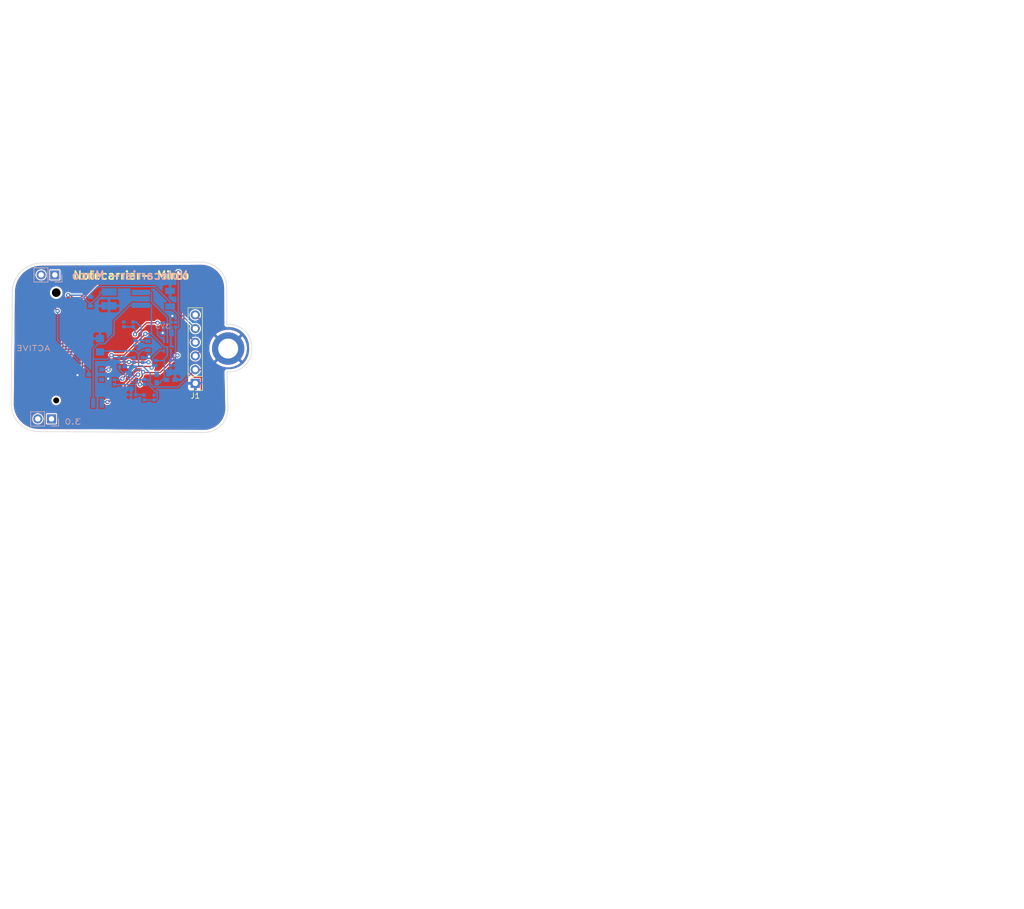
<source format=kicad_pcb>
(kicad_pcb (version 20240225) (generator "pcbnew") (generator_version "8.99")
  (title_block (title "Notecarrier-B") (date "2023-03-28") (rev "A") (company "Blues Inc   (Copyright (c) 2023 Blues Inc)") (comment 2 "Company: Empirical.EE") (comment 3 "Drawn by: Heath Raftery"))
  (layers (0 "F.Cu" signal) (31 "B.Cu" signal) (34 "B.Paste" user) (35 "F.Paste" user) (36 "B.SilkS" user "B.Silkscreen") (37 "F.SilkS" user "F.Silkscreen") (38 "B.Mask" user) (39 "F.Mask" user) (44 "Edge.Cuts" user))
  (net 0 "")
  (net 1 "+3V3")
  (net 2 "GND")
  (net 3 "+1V8")
  (net 4 "VMODEM")
  (net 5 "VIO_P")
  (net 6 "VMODEM_P")
  (net 7 "/RST")
  (net 8 "/EN")
  (net 9 "VIO")
  (net 10 "/SDA_P")
  (net 11 "/SCL_P")
  (net 16 "/TX_P")
  (net 17 "/RX_P")
  (net 18 "VACT_GPS_OUT")
  (net 35 "/AUX5")
  (net 52 "/NRST")
  (net 56 "Net-(U4-SW)")
  (net 57 "Net-(U3-LX)")
  (net 58 "Net-(U3-SEL)")
  (net 59 "Net-(U3-EN)")
  (net 60 "Net-(U4-CTRL)")
  (net 61 "/BOOST_EN")
  (footprint "Connector_PinHeader_2.54mm:PinHeader_1x06_P2.54mm_Vertical" (layer "F.Cu") (at 131.064 83.4136 180)
    (property "Reference" "J1")
    (property "Value" "Conn_01x06" (hide yes))
  )
  (footprint "blues-kicad-lib:J-75-0050-MOS-M2-E" (layer "F.Cu") (at 105.2686 76.5852 90)
    (property "Reference" "J20" (hide yes))
    (property "Value" "MDT420E01001" (hide yes))
  )
  (footprint "blues-kicad-lib:DIST-WASMSIM0250" (layer "F.Cu") (at 137.16 76.962)
    (property "Reference" "OBJ1" (hide yes))
    (property "Value" "9774025151R" (hide yes))
  )
  (footprint "blues-kicad-lib:RS-0402_NO-FILL" (layer "B.Cu") (at 119.5904 85.5472)
    (property "Reference" "R322" (hide yes))
    (property "Value" "0R" (hide yes))
  )
  (footprint "blues-kicad-lib:RS-0402_NO-FILL" (layer "B.Cu") (at 116.078 83.2032 -90)
    (property "Reference" "R324" (hide yes))
    (property "Value" "NU" (hide yes))
  )
  (footprint "blues-kicad-lib:CS-C-1206" (layer "B.Cu") (at 126.3904 67.6432 90)
    (property "Reference" "C13" (hide yes))
    (property "Value" "47u/16V-X5R" (hide yes))
  )
  (footprint "blues-kicad-lib:CS-C-0402_NO-FILL" (layer "B.Cu") (at 119.6848 79.1028 90)
    (property "Reference" "C115" (hide yes))
    (property "Value" "100n/16V" (hide yes))
  )
  (footprint "blues-kicad-lib:FS-0603" (layer "B.Cu") (at 122.2756 76.4404 -90)
    (property "Reference" "F1" (hide yes))
    (property "Value" "SF-0603F150-2" (hide yes))
  )
  (footprint "blues-kicad-lib:XFBGA8" (layer "B.Cu") (at 119.7896 82.9468)
    (property "Reference" "U4" (hide yes))
    (property "Value" "TPS62748YFPT" (hide yes))
  )
  (footprint "blues-kicad-lib:RS-0402_NO-FILL" (layer "B.Cu") (at 119.888 75.9388 -90)
    (property "Reference" "R326" (hide yes))
    (property "Value" "NU" (hide yes))
  )
  (footprint "blues-kicad-lib:RS-0402_NO-FILL" (layer "B.Cu") (at 121.7168 83.1596 -90)
    (property "Reference" "R10" (hide yes))
    (property "Value" "10M/5%" (hide yes))
  )
  (footprint "blues-kicad-lib:CS-C-0402_NO-FILL" (layer "B.Cu") (at 127.4064 72.5424 90)
    (property "Reference" "C14" (hide yes))
    (property "Value" "4.7u/6.3V-X5R" (hide yes))
  )
  (footprint "blues-kicad-lib:RS-0402_NO-FILL" (layer "B.Cu") (at 121.5644 86.048 -90)
    (property "Reference" "R323" (hide yes))
    (property "Value" "NU" (hide yes))
  )
  (footprint "blues-kicad-lib:RS-0402_NO-FILL" (layer "B.Cu") (at 121.3104 79.0884 -90)
    (property "Reference" "R319" (hide yes))
    (property "Value" "1k" (hide yes))
  )
  (footprint "Connector_PinHeader_2.54mm:PinHeader_1x02_P2.54mm_Vertical" (layer "B.Cu") (at 105.0086 63.2968 90)
    (property "Reference" "Extra_pin_1" (hide yes))
    (property "Value" "PinHeader_1x02_P2.54mm_Vertical" (hide yes))
  )
  (footprint "blues-kicad-lib:LS-XFL4020" (layer "B.Cu") (at 120.9548 67.733 -90)
    (property "Reference" "L4" (hide yes))
    (property "Value" "XFL4020-222MEC" (hide yes))
  )
  (footprint "blues-kicad-lib:RS-0402_NO-FILL" (layer "B.Cu") (at 126.492 79.6544 90)
    (property "Reference" "R6" (hide yes))
    (property "Value" "82k" (hide yes))
  )
  (footprint "blues-kicad-lib:CS-C-0402_NO-FILL" (layer "B.Cu") (at 117.3988 78.6384)
    (property "Reference" "C10" (hide yes))
    (property "Value" "100n/16V" (hide yes))
  )
  (footprint "blues-kicad-lib:WDFN6-0200X0200" (layer "B.Cu") (at 125.8824 76.4546 -90)
    (property "Reference" "U3" (hide yes))
    (property "Value" "MAX17225ELT" (hide yes))
  )
  (footprint "blues-kicad-lib:CS-C-0402_NO-FILL" (layer "B.Cu") (at 117.4568 80.3148)
    (property "Reference" "C9" (hide yes))
    (property "Value" "10u/6.3V-X5R" (hide yes))
  )
  (footprint "blues-kicad-lib:CS-C-0603" (layer "B.Cu") (at 126.5048 82.7532)
    (property "Reference" "C15" (hide yes))
    (property "Value" "10u/10V-X5R" (hide yes))
  )
  (footprint "blues-kicad-lib:CS-C-0603" (layer "B.Cu") (at 123.9012 82.512 90)
    (property "Reference" "C16" (hide yes))
    (property "Value" "10u/10V-X5R" (hide yes))
  )
  (footprint "blues-kicad-lib:CS-C-0402_NO-FILL" (layer "B.Cu") (at 117.8052 72.4844 90)
    (property "Reference" "C8" (hide yes))
    (property "Value" "10u/6.3V-X5R" (hide yes))
  )
  (footprint "blues-kicad-lib:FS-0603" (layer "B.Cu") (at 111.6584 68.238 -90)
    (property "Reference" "F2" (hide yes))
    (property "Value" "3.5A/32V" (hide yes))
  )
  (footprint "blues-kicad-lib:RS-0402_NO-FILL" (layer "B.Cu") (at 119.5324 72.4844 -90)
    (property "Reference" "R325" (hide yes))
    (property "Value" "0R" (hide yes))
  )
  (footprint "blues-kicad-lib:CS-T-A" (layer "B.Cu") (at 113.3856 76.3524 90)
    (property "Reference" "C113" (hide yes))
    (property "Value" "NU" (hide yes))
  )
  (footprint "Connector_PinHeader_2.54mm:PinHeader_1x02_P2.54mm_Vertical" (layer "B.Cu") (at 104.394 90.0176 90)
    (property "Reference" "Extra_pin_2" (hide yes))
    (property "Value" "PinHeader_1x02_P2.54mm_Vertical" (hide yes))
  )
  (footprint "blues-kicad-lib:RS-0402_NO-FILL" (layer "B.Cu") (at 123.7488 79.6544 90)
    (property "Reference" "R318" (hide yes))
    (property "Value" "0R" (hide yes))
  )
  (footprint "blues-kicad-lib:CS-C-0402_NO-FILL" (layer "B.Cu") (at 123.444 86.0624 90)
    (property "Reference" "C116" (hide yes))
    (property "Value" "100n/16V" (hide yes))
  )
  (footprint "blues-kicad-lib:SOT23_NO-FILL" (layer "B.Cu") (at 113.6728 80.838)
    (property "Reference" "Q2" (hide yes))
    (property "Value" "AO3420" (hide yes))
  )
  (footprint "blues-kicad-lib:CS-T-B" (layer "B.Cu") (at 115.062 66.4464 -90)
    (property "Reference" "C114" (hide yes))
    (property "Value" "NU" (hide yes))
  )
  (footprint "blues-kicad-lib:CS-C-0402_NO-FILL" (layer "B.Cu") (at 125.1712 72.6876 -90)
    (property "Reference" "C7" (hide yes))
    (property "Value" "100n/16V" (hide yes))
  )
  (footprint "blues-kicad-lib:LS-0806" (layer "B.Cu") (at 112.9284 87.0712 180)
    (property "Reference" "L2" (hide yes))
    (property "Value" "1285AS-H-2R2M=P2" (hide yes))
  )
  (gr_line (start 136.906 65.6336) (end 136.934847 72.500974) (stroke (width 0.1)) (layer "Edge.Cuts"))
  (gr_arc (start 97.128337 66.515504) (mid 98.732631 62.661859) (end 102.597616 61.085085) (stroke (width 0.1)) (layer "Edge.Cuts"))
  (gr_arc (start 102.012916 92.377884) (mid 98.3996 90.8812) (end 96.902916 87.267884) (stroke (width 0.1)) (layer "Edge.Cuts"))
  (gr_line (start 97.128337 66.515504) (end 96.902916 87.267884) (stroke (width 0.1)) (layer "Edge.Cuts"))
  (gr_arc (start 141.53632 76.718067) (mid 140.439497 79.930302) (end 137.325051 81.280008) (stroke (width 0.1)) (layer "Edge.Cuts"))
  (gr_arc (start 136.934847 72.500974) (mid 140.166276 73.593998) (end 141.536321 76.718067) (stroke (width 0.1)) (layer "Edge.Cuts"))
  (gr_line (start 102.012916 92.377884) (end 132.638778 92.549327) (stroke (width 0.1)) (layer "Edge.Cuts"))
  (gr_arc (start 137.116916 87.9348) (mid 135.850365 91.185837) (end 132.638778 92.549327) (stroke (width 0.1)) (layer "Edge.Cuts"))
  (gr_line (start 137.325051 81.280008) (end 136.96037 81.283926) (stroke (width 0.1)) (layer "Edge.Cuts"))
  (gr_arc (start 132.340695 60.913217) (mid 135.551564 62.375708) (end 136.906 65.6336) (stroke (width 0.1)) (layer "Edge.Cuts"))
  (gr_line (start 132.340695 60.913217) (end 102.597616 61.085085) (stroke (width 0.1)) (layer "Edge.Cuts"))
  (gr_line (start 136.96037 81.283926) (end 137.116916 87.9348) (stroke (width 0.1)) (layer "Edge.Cuts"))
  (gr_text "Notecarrier- Mirco" (at 129.8956 64.262 0) (layer "B.SilkS") (effects (font (size 1.5 1.5) (thickness 0.3) (bold yes)) (justify left bottom mirror)))
  (gr_text "3V3" (at 126.45 73.3 0) (layer "B.SilkS") (effects (font (size 0.8 1) (thickness 0.0875)) (justify left bottom mirror)))
  (gr_text "ACTIVE" (at 104.25 77.5 0) (layer "B.SilkS") (effects (font (size 1 1.3) (thickness 0.125)) (justify left bottom mirror)))
  (gr_text "3.0" (at 109.982 91.1352 0) (layer "B.SilkS") (effects (font (size 1 1.3) (thickness 0.125)) (justify left bottom mirror)))
  (gr_text "Notecarrier- Mirco" (at 108.2548 64.262 -0) (layer "F.SilkS") (effects (font (size 1.5 1.5) (thickness 0.3) (bold yes)) (justify left bottom)))
  (segment (start 124.054 72.1868) (end 122.022 72.1868) (width 0.25) (layer "F.Cu") (net 1))
  (segment (start 122.022 72.1868) (end 119.888 74.3204) (width 0.25) (layer "F.Cu") (net 1))
  (via (at 119.888 74.3204) (size 0.8) (drill 0.4) (layers "F.Cu" "B.Cu") (net 1))
  (via (at 124.054 72.1868) (size 0.8) (drill 0.4) (layers "F.Cu" "B.Cu") (net 1))
  (segment (start 119.888 73.29) (end 119.532 72.9344) (width 0.25) (layer "B.Cu") (net 1))
  (segment (start 119.888 74.3204) (end 119.888 73.29) (width 0.25) (layer "B.Cu") (net 1))
  (segment (start 125.171 72.2376) (end 124.104 72.2376) (width 0.25) (layer "B.Cu") (net 1))
  (segment (start 117.805 72.9344) (end 117.8052 72.9344) (width 0.25) (layer "B.Cu") (net 1))
  (segment (start 125.232 75.5396) (end 124.7332 75.0405) (width 0.25) (layer "B.Cu") (net 1))
  (segment (start 124.104 72.2376) (end 124.054 72.1868) (width 0.25) (layer "B.Cu") (net 1))
  (segment (start 124.7333 75.0405) (end 124.9109 74.8629) (width 0.25) (layer "B.Cu") (net 1))
  (segment (start 119.532 72.9344) (end 117.8052 72.9344) (width 0.25) (layer "B.Cu") (net 1))
  (segment (start 125.2324 75.5396) (end 125.2324 74.8629) (width 0.25) (layer "B.Cu") (net 1))
  (segment (start 124.054 74.3608) (end 124.054 72.1868) (width 0.25) (layer "B.Cu") (net 1))
  (segment (start 124.9109 74.8629) (end 125.2324 74.8629) (width 0.25) (layer "B.Cu") (net 1))
  (segment (start 124.7332 75.0405) (end 124.054 74.3608) (width 0.25) (layer "B.Cu") (net 1))
  (segment (start 124.7332 75.0405) (end 124.7333 75.0405) (width 0.25) (layer "B.Cu") (net 1))
  (segment (start 109.22 81.8896) (end 108.916 81.5852) (width 0.25) (layer "F.Cu") (net 2))
  (segment (start 108.916 81.5852) (end 107.544 81.5852) (width 0.25) (layer "F.Cu") (net 2))
  (via (at 118.598 80.4102) (size 0.8) (drill 0.4) (layers "F.Cu" "B.Cu") (net 2))
  (via (at 122.49 78.4558) (size 0.8) (drill 0.4) (layers "F.Cu" "B.Cu") (net 2))
  (via (at 114.91 82.55) (size 0.8) (drill 0.4) (layers "F.Cu" "B.Cu") (net 2))
  (via (at 109.22 81.8896) (size 0.8) (drill 0.4) (layers "F.Cu" "B.Cu") (net 2))
  (via (at 125.019 74.0664) (size 0.8) (drill 0.4) (layers "F.Cu" "B.Cu") (net 2))
  (via (at 126.797 70.9168) (size 0.8) (drill 0.4) (layers "F.Cu" "B.Cu") (net 2))
  (segment (start 121.31 78.6384) (end 121.3104 78.6384) (width 0.25) (layer "B.Cu") (net 2))
  (segment (start 117.849 80.2568) (end 117.849 78.6384) (width 0.25) (layer "B.Cu") (net 2))
  (segment (start 119.67 78.6384) (end 119.685 78.6528) (width 0.25) (layer "B.Cu") (net 2))
  (segment (start 117.907 80.3148) (end 117.849 80.2568) (width 0.25) (layer "B.Cu") (net 2))
  (segment (start 117.849 78.6384) (end 119.67 78.6384) (width 0.25) (layer "B.Cu") (net 2))
  (segment (start 121.3104 78.6384) (end 122.307 78.6384) (width 0.25) (layer "B.Cu") (net 2))
  (segment (start 122.307 78.6384) (end 122.49 78.4558) (width 0.25) (layer "B.Cu") (net 2))
  (segment (start 117.856 78.1812) (end 121.818 74.2188) (width 0.25) (layer "F.Cu") (net 3))
  (segment (start 115.519 78.1812) (end 117.856 78.1812) (width 0.25) (layer "F.Cu") (net 3))
  (via (at 115.519 78.1812) (size 0.8) (drill 0.4) (layers "F.Cu" "B.Cu") (net 3))
  (via (at 121.818 74.2188) (size 0.8) (drill 0.4) (layers "F.Cu" "B.Cu") (net 3))
  (segment (start 125.882 77.5007) (end 125.882 77.4351) (width 0.25) (layer "B.Cu") (net 3))
  (segment (start 123.749 79.2044) (end 125.156 79.2044) (width 0.25) (layer "B.Cu") (net 3))
  (segment (start 116.0047 78.6384) (end 115.9904 78.6384) (width 0.25) (layer "B.Cu") (net 3))
  (segment (start 125.156 79.2044) (end 125.316 79.0448) (width 0.25) (layer "B.Cu") (net 3))
  (segment (start 115.9778 78.6384) (end 115.9769 78.6384) (width 0.25) (layer "B.Cu") (net 3))
  (segment (start 115.9796 78.6384) (end 115.9778 78.6384) (width 0.25) (layer "B.Cu") (net 3))
  (segment (start 125.882 77.4351) (end 125.8824 77.4347) (width 0.25) (layer "B.Cu") (net 3))
  (segment (start 112.128 76.9983) (end 113.048 76.0791) (width 0.25) (layer "B.Cu") (net 3))
  (segment (start 124.928 82.7532) (end 125.316 82.7532) (width 0.25) (layer "B.Cu") (net 3))
  (segment (start 115.9762 78.6384) (end 115.9761 78.6384) (width 0.25) (layer "B.Cu") (net 3))
  (segment (start 119.279 83.1468) (end 117.007 80.8748) (width 0.25) (layer "B.Cu") (net 3))
  (segment (start 117.007 80.8748) (end 117.007 80.3148) (width 0.25) (layer "B.Cu") (net 3))
  (segment (start 115.9769 78.6384) (end 115.9765 78.6384) (width 0.25) (layer "B.Cu") (net 3))
  (segment (start 116.2049 78.6384) (end 116.0905 78.6384) (width 0.25) (layer "B.Cu") (net 3))
  (segment (start 116.9488 78.6384) (end 116.2049 78.6384) (width 0.25) (layer "B.Cu") (net 3))
  (segment (start 125.335 76.6929) (end 125.882 76.6929) (width 0.25) (layer "B.Cu") (net 3))
  (segment (start 123.9012 83.312) (end 124.578 83.312) (width 0.25) (layer "B.Cu") (net 3))
  (segment (start 125.882 77.4351) (end 125.882 77.3696) (width 0.25) (layer "B.Cu") (net 3))
  (segment (start 112.1284 87.0712) (end 112.1284 85.8945) (width 0.25) (layer "B.Cu") (net 3))
  (segment (start 115.9832 78.6384) (end 115.9796 78.6384) (width 0.25) (layer "B.Cu") (net 3))
  (segment (start 116.949 78.6384) (end 116.9488 78.6384) (width 0.25) (layer "B.Cu") (net 3))
  (segment (start 115.976 78.6384) (end 115.519 78.1812) (width 0.25) (layer "B.Cu") (net 3))
  (segment (start 115.998 71.898) (end 118.978 68.918) (width 0.25) (layer "B.Cu") (net 3))
  (segment (start 125.316 78.8753) (end 125.316 79.0448) (width 0.25) (layer "B.Cu") (net 3))
  (segment (start 119.59 83.1468) (end 119.5896 83.1468) (width 0.25) (layer "B.Cu") (net 3))
  (segment (start 115.998 74.3444) (end 115.998 71.898) (width 0.25) (layer "B.Cu") (net 3))
  (segment (start 115.9765 78.6384) (end 115.9763 78.6384) (width 0.25) (layer "B.Cu") (net 3))
  (segment (start 114.263 76.0791) (end 115.998 74.3444) (width 0.25) (layer "B.Cu") (net 3))
  (segment (start 114.757 78.9432) (end 112.128 78.9432) (width 0.25) (layer "B.Cu") (net 3))
  (segment (start 125.882 77.5011) (end 125.882 78.3094) (width 0.25) (layer "B.Cu") (net 3))
  (segment (start 119.5896 83.1468) (end 119.279 83.1468) (width 0.25) (layer "B.Cu") (net 3))
  (segment (start 118.978 68.918) (end 120.9548 68.918) (width 0.25) (layer "B.Cu") (net 3))
  (segment (start 123.901 83.312) (end 123.9012 83.312) (width 0.25) (layer "B.Cu") (net 3))
  (segment (start 112.128 85.8941) (end 112.128 85.1421) (width 0.25) (layer "B.Cu") (net 3))
  (segment (start 122.862 74.2188) (end 122.932 74.2893) (width 0.25) (layer "B.Cu") (net 3))
  (segment (start 125.316 82.7532) (end 125.7048 82.7532) (width 0.25) (layer "B.Cu") (net 3))
  (segment (start 124.578 83.1034) (end 124.928 82.7532) (width 0.25) (layer "B.Cu") (net 3))
  (segment (start 112.128 78.9432) (end 112.128 76.9983) (width 0.25) (layer "B.Cu") (net 3))
  (segment (start 115.519 78.1812) (end 114.757 78.9432) (width 0.25) (layer "B.Cu") (net 3))
  (segment (start 120.9548 68.918) (end 122.932 68.918) (width 0.25) (layer "B.Cu") (net 3))
  (segment (start 125.882 76.6929) (end 125.882 77.3696) (width 0.25) (layer "B.Cu") (net 3))
  (segment (start 125.882 77.5011) (end 125.882 77.5007) (width 0.25) (layer "B.Cu") (net 3))
  (segment (start 125.7048 82.7532) (end 125.705 82.7532) (width 0.25) (layer "B.Cu") (net 3))
  (segment (start 125.316 79.0448) (end 125.316 82.7532) (width 0.25) (layer "B.Cu") (net 3))
  (segment (start 113.048 76.0791) (end 114.263 76.0791) (width 0.25) (layer "B.Cu") (net 3))
  (segment (start 125.882 77.5007) (end 125.882 77.5011) (width 0.25) (layer "B.Cu") (net 3))
  (segment (start 122.932 68.918) (end 122.932 74.2893) (width 0.25) (layer "B.Cu") (net 3))
  (segment (start 115.9904 78.6384) (end 115.9832 78.6384) (width 0.25) (layer "B.Cu") (net 3))
  (segment (start 125.8824 77.4347) (end 125.8824 77.3696) (width 0.25) (layer "B.Cu") (net 3))
  (segment (start 125.882 77.3696) (end 125.882 77.4351) (width 0.25) (layer "B.Cu") (net 3))
  (segment (start 121.818 74.2188) (end 122.862 74.2188) (width 0.25) (layer "B.Cu") (net 3))
  (segment (start 125.882 78.3094) (end 125.316 78.8753) (width 0.25) (layer "B.Cu") (net 3))
  (segment (start 116.0905 78.6384) (end 116.0333 78.6384) (width 0.25) (layer "B.Cu") (net 3))
  (segment (start 122.932 74.2893) (end 125.335 76.6929) (width 0.25) (layer "B.Cu") (net 3))
  (segment (start 115.9763 78.6384) (end 115.9762 78.6384) (width 0.25) (layer "B.Cu") (net 3))
  (segment (start 115.9761 78.6384) (end 115.976 78.6384) (width 0.25) (layer "B.Cu") (net 3))
  (segment (start 112.128 78.9432) (end 112.128 85.1421) (width 0.25) (layer "B.Cu") (net 3))
  (segment (start 124.578 83.312) (end 124.578 83.1034) (width 0.25) (layer "B.Cu") (net 3))
  (segment (start 112.1284 85.8945) (end 112.128 85.8941) (width 0.25) (layer "B.Cu") (net 3))
  (segment (start 125.882 77.4351) (end 125.882 77.5007) (width 0.25) (layer "B.Cu") (net 3))
  (segment (start 116.0333 78.6384) (end 116.0047 78.6384) (width 0.25) (layer "B.Cu") (net 3))
  (segment (start 121.215 82.1173) (end 121.215 81.5206) (width 0.25) (layer "F.Cu") (net 4))
  (segment (start 121.474 81.4322) (end 121.388 81.3471) (width 0.25) (layer "F.Cu") (net 4))
  (segment (start 120.802 83.6096) (end 120.802 82.5299) (width 0.25) (layer "F.Cu") (net 4))
  (segment (start 127.762 78.232) (end 124.562 81.4322) (width 0.25) (layer "F.Cu") (net 4))
  (segment (start 120.802 82.5299) (end 121.215 82.1173) (width 0.25) (layer "F.Cu") (net 4))
  (segment (start 121.215 81.5206) (end 121.388 81.3471) (width 0.25) (layer "F.Cu") (net 4))
  (segment (start 124.562 81.4322) (end 121.474 81.4322) (width 0.25) (layer "F.Cu") (net 4))
  (via (at 121.388 81.3471) (size 0.8) (drill 0.4) (layers "F.Cu" "B.Cu") (net 4))
  (via (at 127.762 78.232) (size 0.8) (drill 0.4) (layers "F.Cu" "B.Cu") (net 4))
  (via (at 120.802 83.6096) (size 0.8) (drill 0.4) (layers "F.Cu" "B.Cu") (net 4))
  (segment (start 126.39 68.7177) (end 126.39 69.1432) (width 0.25) (layer "B.Cu") (net 4))
  (segment (start 123.569 65.4697) (end 112.95 65.4697) (width 0.25) (layer "B.Cu") (net 4))
  (segment (start 126.39 68.7173) (end 126.39 68.7177) (width 0.25) (layer "B.Cu") (net 4))
  (segment (start 120.955 80.9134) (end 121.388 81.3471) (width 0.25) (layer "B.Cu") (net 4))
  (segment (start 111.658 66.7613) (end 111.658 67.0746) (width 0.25) (layer "B.Cu") (net 4))
  (segment (start 121.717 83.6096) (end 121.7168 83.6096) (width 0.25) (layer "B.Cu") (net 4))
  (segment (start 126.39 68.2915) (end 123.569 65.4697) (width 0.25) (layer "B.Cu") (net 4))
  (segment (start 126.3904 69.1436) (end 127.991 70.7442) (width 0.25) (layer "B.Cu") (net 4))
  (segment (start 126.39 68.7173) (end 126.39 68.7177) (width 0.25) (layer "B.Cu") (net 4))
  (segment (start 120.618 83.6096) (end 120.155 83.1468) (width 0.25) (layer "B.Cu") (net 4))
  (segment (start 112.95 65.4697) (end 111.658 66.7613) (width 0.25) (layer "B.Cu") (net 4))
  (segment (start 119.873 80.9134) (end 120.955 80.9134) (width 0.25) (layer "B.Cu") (net 4))
  (segment (start 119.59 81.1964) (end 119.873 80.9134) (width 0.25) (layer "B.Cu") (net 4))
  (segment (start 111.6584 67.388) (end 111.658 67.3876) (width 0.25) (layer "B.Cu") (net 4))
  (segment (start 127.991 72.9674) (end 127.966 72.9924) (width 0.25) (layer "B.Cu") (net 4))
  (segment (start 127.991 70.7442) (end 127.991 72.9674) (width 0.25) (layer "B.Cu") (net 4))
  (segment (start 120.155 83.1468) (end 119.99 83.1468) (width 0.25) (layer "B.Cu") (net 4))
  (segment (start 119.59 82.3468) (end 119.59 81.1964) (width 0.25) (layer "B.Cu") (net 4))
  (segment (start 111.658 67.3876) (end 111.658 67.0746) (width 0.25) (layer "B.Cu") (net 4))
  (segment (start 127.406 72.9924) (end 127.406 77.8764) (width 0.25) (layer "B.Cu") (net 4))
  (segment (start 127.966 72.9924) (end 127.4064 72.9924) (width 0.25) (layer "B.Cu") (net 4))
  (segment (start 120.802 83.6096) (end 120.618 83.6096) (width 0.25) (layer "B.Cu") (net 4))
  (segment (start 127.4064 72.9924) (end 127.406 72.9924) (width 0.25) (layer "B.Cu") (net 4))
  (segment (start 126.39 68.7177) (end 126.39 69.1432) (width 0.25) (layer "B.Cu") (net 4))
  (segment (start 127.406 77.8764) (end 127.762 78.232) (width 0.25) (layer "B.Cu") (net 4))
  (segment (start 126.39 69.1432) (end 126.3904 69.1436) (width 0.25) (layer "B.Cu") (net 4))
  (segment (start 121.7168 83.6096) (end 120.802 83.6096) (width 0.25) (layer "B.Cu") (net 4))
  (segment (start 126.3904 69.1436) (end 126.3904 69.1432) (width 0.25) (layer "B.Cu") (net 4))
  (segment (start 126.39 68.7173) (end 126.39 68.2915) (width 0.25) (layer "B.Cu") (net 4))
  (segment (start 107.544 85.5852) (end 107.544 85.9852) (width 0.25) (layer "F.Cu") (net 5))
  (segment (start 107.5436 85.5852) (end 106.492 85.5852) (width 0.25) (layer "F.Cu") (net 5))
  (segment (start 106.492 85.0852) (end 107.5436 85.0852) (width 0.25) (layer "F.Cu") (net 5))
  (segment (start 107.5436 85.5852) (end 107.544 85.5852) (width 0.25) (layer "F.Cu") (net 5))
  (segment (start 132.589 87.1787) (end 132.589 81.1965) (width 0.25) (layer "F.Cu") (net 5))
  (segment (start 130.417 89.3508) (end 132.589 87.1787) (width 0.25) (layer "F.Cu") (net 5))
  (segment (start 107.544 85.9852) (end 110.909 89.3508) (width 0.25) (layer "F.Cu") (net 5))
  (segment (start 132.266 80.8736) (end 131.064 80.8736) (width 0.25) (layer "F.Cu") (net 5))
  (segment (start 107.5436 85.0852) (end 107.544 85.0852) (width 0.25) (layer "F.Cu") (net 5))
  (segment (start 132.589 81.1965) (end 132.266 80.8736) (width 0.25) (layer "F.Cu") (net 5))
  (segment (start 106.492 85.5852) (end 106.492 85.0852) (width 0.25) (layer "F.Cu") (net 5))
  (segment (start 110.909 89.3508) (end 130.417 89.3508) (width 0.25) (layer "F.Cu") (net 5))
  (segment (start 122.2756 77.2904) (end 121.248 77.2904) (width 0.25) (layer "B.Cu") (net 5))
  (segment (start 113.4705 77.4928) (end 113.555 77.4082) (width 0.25) (layer "B.Cu") (net 5))
  (segment (start 127.841 84.0964) (end 123.378 84.0964) (width 0.25) (layer "B.Cu") (net 5))
  (segment (start 121.248 77.2904) (end 120.536 78.0024) (width 0.25) (layer "B.Cu") (net 5))
  (segment (start 113.386 77.5774) (end 113.4705 77.4928) (width 0.25) (layer "B.Cu") (net 5))
  (segment (start 122.276 77.2904) (end 122.2756 77.2904) (width 0.25) (layer "B.Cu") (net 5))
  (segment (start 122.702 83.4201) (end 122.702 81.5673) (width 0.25) (layer "B.Cu") (net 5))
  (segment (start 121.309 80.1744) (end 120.536 80.1744) (width 0.25) (layer "B.Cu") (net 5))
  (segment (start 131.064 80.8736) (end 127.841 84.0964) (width 0.25) (layer "B.Cu") (net 5))
  (segment (start 119.942 77.4082) (end 120.536 78.0024) (width 0.25) (layer "B.Cu") (net 5))
  (segment (start 113.555 77.4082) (end 119.942 77.4082) (width 0.25) (layer "B.Cu") (net 5))
  (segment (start 113.4702 77.4928) (end 113.3856 77.5774) (width 0.25) (layer "B.Cu") (net 5))
  (segment (start 122.702 81.5673) (end 121.309 80.1744) (width 0.25) (layer "B.Cu") (net 5))
  (segment (start 113.4705 77.4928) (end 113.4702 77.4928) (width 0.25) (layer "B.Cu") (net 5))
  (segment (start 120.536 80.1744) (end 120.536 78.0024) (width 0.25) (layer "B.Cu") (net 5))
  (segment (start 123.378 84.0964) (end 122.702 83.4201) (width 0.25) (layer "B.Cu") (net 5))
  (segment (start 108.595 67.9053) (end 108.415 68.0852) (width 0.25) (layer "F.Cu") (net 6))
  (segment (start 107.544 67.5852) (end 107.5436 67.5852) (width 0.25) (layer "F.Cu") (net 6))
  (segment (start 107.794 68.0852) (end 108.044 68.0852) (width 0.25) (layer "F.Cu") (net 6))
  (segment (start 108.07 68.0852) (end 108.415 68.0852) (width 0.25) (layer "F.Cu") (net 6))
  (segment (start 108.044 68.0852) (end 108.07 68.0852) (width 0.25) (layer "F.Cu") (net 6))
  (segment (start 107.794 68.0852) (end 107.644 68.0852) (width 0.25) (layer "F.Cu") (net 6))
  (segment (start 108.595 67.7651) (end 108.595 67.9053) (width 0.25) (layer "F.Cu") (net 6))
  (segment (start 107.644 68.0852) (end 107.544 68.1852) (width 0.25) (layer "F.Cu") (net 6))
  (segment (start 107.544 68.2852) (end 107.544 68.3852) (width 0.25) (layer "F.Cu") (net 6))
  (segment (start 107.544 68.0852) (end 107.5436 68.0852) (width 0.25) (layer "F.Cu") (net 6))
  (segment (start 107.544 68.0852) (end 107.794 68.0852) (width 0.25) (layer "F.Cu") (net 6))
  (segment (start 107.5436 68.2856) (end 107.5436 68.5852) (width 0.25) (layer "F.Cu") (net 6))
  (segment (start 107.544 68.1852) (end 107.544 68.2852) (width 0.25) (layer "F.Cu") (net 6))
  (segment (start 108.415 67.5852) (end 107.886 67.056) (width 0.25) (layer "F.Cu") (net 6))
  (segment (start 107.544 68.2852) (end 107.5436 68.2856) (width 0.25) (layer "F.Cu") (net 6))
  (segment (start 108.415 67.5852) (end 108.595 67.7651) (width 0.25) (layer "F.Cu") (net 6))
  (segment (start 108.07 68.0852) (end 108.415 68.0852) (width 0.25) (layer "F.Cu") (net 6))
  (segment (start 107.886 67.056) (end 107.493 67.056) (width 0.25) (layer "F.Cu") (net 6))
  (segment (start 107.544 67.5852) (end 108.415 67.5852) (width 0.25) (layer "F.Cu") (net 6))
  (segment (start 108.044 68.0852) (end 107.794 68.0852) (width 0.25) (layer "F.Cu") (net 6))
  (segment (start 108.07 68.0852) (end 108.044 68.0852) (width 0.25) (layer "F.Cu") (net 6))
  (via (at 107.493 67.056) (size 0.8) (drill 0.4) (layers "F.Cu" "B.Cu") (net 6))
  (segment (start 111.658 68.7746) (end 111.658 68.4613) (width 0.25) (layer "B.Cu") (net 6))
  (segment (start 113.385 66.4464) (end 115.062 66.4464) (width 0.25) (layer "B.Cu") (net 6))
  (segment (start 111.658 68.7746) (end 109.94 67.056) (width 0.25) (layer "B.Cu") (net 6))
  (segment (start 113.385 66.9694) (end 113.385 66.4464) (width 0.25) (layer "B.Cu") (net 6))
  (segment (start 109.94 67.056) (end 107.493 67.056) (width 0.25) (layer "B.Cu") (net 6))
  (segment (start 111.658 69.088) (end 111.658 68.7746) (width 0.25) (layer "B.Cu") (net 6))
  (segment (start 111.658 68.4613) (end 111.893 68.4613) (width 0.25) (layer "B.Cu") (net 6))
  (segment (start 111.6584 69.088) (end 111.658 69.088) (width 0.25) (layer "B.Cu") (net 6))
  (segment (start 111.893 68.4613) (end 113.385 66.9694) (width 0.25) (layer "B.Cu") (net 6))
  (segment (start 118.821 79.502) (end 118.77 79.4512) (width 0.25) (layer "F.Cu") (net 7))
  (segment (start 122.391 79.502) (end 118.821 79.502) (width 0.25) (layer "F.Cu") (net 7))
  (segment (start 118.77 79.4512) (end 116.383 79.4512) (width 0.25) (layer "F.Cu") (net 7))
  (segment (start 116.383 79.4512) (end 114.96 80.8736) (width 0.25) (layer "F.Cu") (net 7))
  (via (at 122.391 79.502) (size 0.8) (drill 0.4) (layers "F.Cu" "B.Cu") (net 7))
  (via (at 114.96 80.8736) (size 0.8) (drill 0.4) (layers "F.Cu" "B.Cu") (net 7))
  (via (at 118.77 79.4512) (size 0.8) (drill 0.4) (layers "F.Cu" "B.Cu") (net 7))
  (segment (start 122.354 79.5384) (end 122.391 79.502) (width 0.25) (layer "B.Cu") (net 7))
  (segment (start 113.6905 80.8558) (end 113.673 80.838) (width 0.25) (layer "B.Cu") (net 7))
  (segment (start 121.31 79.5384) (end 121.3104 79.5384) (width 0.25) (layer "B.Cu") (net 7))
  (segment (start 113.6728 80.8381) (end 113.6728 80.838) (width 0.25) (layer "B.Cu") (net 7))
  (segment (start 118.77 79.4512) (end 119.583 79.4512) (width 0.25) (layer "B.Cu") (net 7))
  (segment (start 121.3104 79.5384) (end 122.354 79.5384) (width 0.25) (layer "B.Cu") (net 7))
  (segment (start 113.6905 80.8558) (end 113.6728 80.8381) (width 0.25) (layer "B.Cu") (net 7))
  (segment (start 114.96 80.8736) (end 113.708 80.8736) (width 0.25) (layer "B.Cu") (net 7))
  (segment (start 113.708 80.8736) (end 113.6905 80.8558) (width 0.25) (layer "B.Cu") (net 7))
  (segment (start 119.583 79.4512) (end 119.685 79.5528) (width 0.25) (layer "B.Cu") (net 7))
  (segment (start 124.029 85.0274) (end 123.737 85.0274) (width 0.25) (layer "B.Cu") (net 8))
  (segment (start 123.43 86.498) (end 123.444 86.5124) (width 0.25) (layer "B.Cu") (net 8))
  (segment (start 122.302 83.5922) (end 122.302 82.7346) (width 0.25) (layer "B.Cu") (net 8))
  (segment (start 121.68 82.7468) (end 119.99 82.7468) (width 0.25) (layer "B.Cu") (net 8))
  (segment (start 121.5644 86.498) (end 123.43 86.498) (width 0.25) (layer "B.Cu") (net 8))
  (segment (start 122.302 82.7346) (end 122.277 82.7096) (width 0.25) (layer "B.Cu") (net 8))
  (segment (start 123.737 85.0274) (end 122.302 83.5922) (width 0.25) (layer "B.Cu") (net 8))
  (segment (start 121.717 82.7096) (end 121.68 82.7468) (width 0.25) (layer "B.Cu") (net 8))
  (segment (start 123.714 86.5124) (end 124.029 86.1974) (width 0.25) (layer "B.Cu") (net 8))
  (segment (start 122.277 82.7096) (end 121.717 82.7096) (width 0.25) (layer "B.Cu") (net 8))
  (segment (start 123.444 86.5124) (end 123.714 86.5124) (width 0.25) (layer "B.Cu") (net 8))
  (segment (start 124.029 86.1974) (end 124.029 85.0274) (width 0.25) (layer "B.Cu") (net 8))
  (segment (start 121.564 86.498) (end 121.5644 86.498) (width 0.25) (layer "B.Cu") (net 8))
  (segment (start 121.045 72.9874) (end 121.045 75.3254) (width 0.25) (layer "B.Cu") (net 9))
  (segment (start 122.225 75.5396) (end 122.2756 75.5902) (width 0.25) (layer "B.Cu") (net 9))
  (segment (start 119.532 72.0344) (end 119.5324 72.0344) (width 0.25) (layer "B.Cu") (net 9))
  (segment (start 121.209 75.4888) (end 122.174 75.4888) (width 0.25) (layer "B.Cu") (net 9))
  (segment (start 120.092 72.0344) (end 121.045 72.9874) (width 0.25) (layer "B.Cu") (net 9))
  (segment (start 122.174 75.4888) (end 122.225 75.5396) (width 0.25) (layer "B.Cu") (net 9))
  (segment (start 121.045 75.3254) (end 121.209 75.4888) (width 0.25) (layer "B.Cu") (net 9))
  (segment (start 122.225 75.5396) (end 122.276 75.5904) (width 0.25) (layer "B.Cu") (net 9))
  (segment (start 119.888 75.4888) (end 121.209 75.4888) (width 0.25) (layer "B.Cu") (net 9))
  (segment (start 119.5324 72.0344) (end 120.092 72.0344) (width 0.25) (layer "B.Cu") (net 9))
  (segment (start 122.2756 75.5902) (end 122.2756 75.5904) (width 0.25) (layer "B.Cu") (net 9))
  (segment (start 107.544 75.5852) (end 107.5436 75.5852) (width 0.25) (layer "F.Cu") (net 10))
  (segment (start 107.544 75.5852) (end 108.519 75.5852) (width 0.25) (layer "F.Cu") (net 10))
  (segment (start 108.519 75.5852) (end 108.994 75.1102) (width 0.25) (layer "F.Cu") (net 10))
  (segment (start 108.994 75.1102) (end 108.994 68.8572) (width 0.25) (layer "F.Cu") (net 10))
  (segment (start 115.062 62.7888) (end 127.914 62.7888) (width 0.25) (layer "F.Cu") (net 10))
  (segment (start 108.994 68.8572) (end 115.062 62.7888) (width 0.25) (layer "F.Cu") (net 10))
  (via (at 127.914 62.7888) (size 0.8) (drill 0.4) (layers "F.Cu" "B.Cu") (net 10))
  (segment (start 131.064 73.2536) (end 131.064 73.2511) (width 0.25) (layer "B.Cu") (net 10))
  (segment (start 127.914 70.1011) (end 127.914 62.7888) (width 0.25) (layer "B.Cu") (net 10))
  (segment (start 131.064 73.2511) (end 127.914 70.1011) (width 0.25) (layer "B.Cu") (net 10))
  (segment (start 132.189 87.013) (end 132.189 82.2886) (width 0.25) (layer "F.Cu") (net 11))
  (segment (start 111.455 88.9508) (end 130.251 88.9508) (width 0.25) (layer "F.Cu") (net 11))
  (segment (start 132.189 82.2886) (end 130.888 82.2886) (width 0.25) (layer "F.Cu") (net 11))
  (segment (start 130.251 88.9508) (end 132.189 87.013) (width 0.25) (layer "F.Cu") (net 11))
  (segment (start 129.939 81.3396) (end 129.939 77.8676) (width 0.25) (layer "F.Cu") (net 11))
  (segment (start 107.544 76.0852) (end 107.5436 76.0852) (width 0.25) (layer "F.Cu") (net 11))
  (segment (start 132.639 76.0998) (end 132.639 72.2884) (width 0.25) (layer "F.Cu") (net 11))
  (segment (start 108.519 76.0852) (end 110.134 77.7006) (width 0.25) (layer "F.Cu") (net 11))
  (segment (start 110.134 77.7006) (end 110.134 87.6302) (width 0.25) (layer "F.Cu") (net 11))
  (segment (start 107.544 76.0852) (end 108.519 76.0852) (width 0.25) (layer "F.Cu") (net 11))
  (segment (start 110.134 87.6302) (end 111.455 88.9508) (width 0.25) (layer "F.Cu") (net 11))
  (segment (start 130.598 77.2086) (end 131.53 77.2086) (width 0.25) (layer "F.Cu") (net 11))
  (segment (start 131.53 77.2086) (end 132.639 76.0998) (width 0.25) (layer "F.Cu") (net 11))
  (segment (start 130.888 82.2886) (end 129.939 81.3396) (width 0.25) (layer "F.Cu") (net 11))
  (segment (start 129.939 77.8676) (end 130.598 77.2086) (width 0.25) (layer "F.Cu") (net 11))
  (segment (start 132.639 72.2884) (end 131.064 70.7136) (width 0.25) (layer "F.Cu") (net 11))
  (segment (start 106.569 66.4054) (end 111.307 61.6666) (width 0.25) (layer "F.Cu") (net 16))
  (segment (start 133.045 76.3524) (end 131.064 78.3336) (width 0.25) (layer "F.Cu") (net 16))
  (segment (start 106.492 67.2004) (end 106.569 67.1237) (width 0.25) (layer "F.Cu") (net 16))
  (segment (start 107.544 70.0852) (end 107.5436 70.0852) (width 0.25) (layer "F.Cu") (net 16))
  (segment (start 106.569 67.1237) (end 106.569 66.4054) (width 0.25) (layer "F.Cu") (net 16))
  (segment (start 106.519 70.0852) (end 106.492 70.1123) (width 0.25) (layer "F.Cu") (net 16))
  (segment (start 131.064 78.3336) (end 130.887 78.5102) (width 0.25) (layer "F.Cu") (net 16))
  (segment (start 106.492 70.0585) (end 106.492 67.2004) (width 0.25) (layer "F.Cu") (net 16))
  (segment (start 106.492 78.3832) (end 106.619 78.5102) (width 0.25) (layer "F.Cu") (net 16))
  (segment (start 133.045 65.7527) (end 133.045 76.3524) (width 0.25) (layer "F.Cu") (net 16))
  (segment (start 111.307 61.6666) (end 128.959 61.6666) (width 0.25) (layer "F.Cu") (net 16))
  (segment (start 128.959 61.6666) (end 133.045 65.7527) (width 0.25) (layer "F.Cu") (net 16))
  (segment (start 107.5436 70.0852) (end 106.519 70.0852) (width 0.25) (layer "F.Cu") (net 16))
  (segment (start 106.492 70.1123) (end 106.492 78.3832) (width 0.25) (layer "F.Cu") (net 16))
  (segment (start 106.519 70.0852) (end 106.492 70.0585) (width 0.25) (layer "F.Cu") (net 16))
  (segment (start 128.941 73.671) (end 128.941 62.5194) (width 0.25) (layer "F.Cu") (net 17))
  (segment (start 108.569 70.5852) (end 107.544 70.5852) (width 0.25) (layer "F.Cu") (net 17))
  (segment (start 108.594 70.5602) (end 108.569 70.5852) (width 0.25) (layer "F.Cu") (net 17))
  (segment (start 128.941 62.5194) (end 128.489 62.0666) (width 0.25) (layer "F.Cu") (net 17))
  (segment (start 128.489 62.0666) (end 115.219 62.0666) (width 0.25) (layer "F.Cu") (net 17))
  (segment (start 107.544 70.5852) (end 107.5436 70.5852) (width 0.25) (layer "F.Cu") (net 17))
  (segment (start 115.219 62.0666) (end 108.594 68.6915) (width 0.25) (layer "F.Cu") (net 17))
  (segment (start 108.594 68.6915) (end 108.594 70.5602) (width 0.25) (layer "F.Cu") (net 17))
  (segment (start 131.064 75.7936) (end 128.941 73.671) (width 0.25) (layer "F.Cu") (net 17))
  (segment (start 105.523 69.9852) (end 104.873 69.3352) (width 0.25) (layer "F.Cu") (net 52))
  (segment (start 104.873 69.3352) (end 99.9936 69.3352) (width 0.25) (layer "F.Cu") (net 52))
  (via (at 105.523 69.9852) (size 0.8) (drill 0.4) (layers "F.Cu" "B.Cu") (net 52))
  (segment (start 111.303 81.2804) (end 111.303 81.4496) (width 0.25) (layer "B.Cu") (net 52))
  (segment (start 111.3028 81.2806) (end 111.3028 81.788) (width 0.25) (layer "B.Cu") (net 52))
  (segment (start 111.303 81.1113) (end 111.303 81.2804) (width 0.25) (layer "B.Cu") (net 52))
  (segment (start 105.523 69.9852) (end 105.523 75.3318) (width 0.25) (layer "B.Cu") (net 52))
  (segment (start 111.303 81.2804) (end 111.3028 81.2806) (width 0.25) (layer "B.Cu") (net 52))
  (segment (start 105.523 75.3318) (end 111.303 81.1113) (width 0.25) (layer "B.Cu") (net 52))
  (segment (start 114.757 86.868) (end 115.011 86.868) (width 0.25) (layer "F.Cu") (net 56))
  (segment (start 120.082 81.7971) (end 120.442 81.7971) (width 0.25) (layer "F.Cu") (net 56))
  (segment (start 115.011 86.868) (end 120.082 81.7971) (width 0.25) (layer "F.Cu") (net 56))
  (via (at 114.757 86.868) (size 0.8) (drill 0.4) (layers "F.Cu" "B.Cu") (net 56))
  (via (at 120.442 81.7971) (size 0.8) (drill 0.4) (layers "F.Cu" "B.Cu") (net 56))
  (segment (start 114.757 86.868) (end 113.932 86.868) (width 0.25) (layer "B.Cu") (net 56))
  (segment (start 113.932 86.868) (end 113.83 86.9696) (width 0.25) (layer "B.Cu") (net 56))
  (segment (start 113.83 86.9696) (end 113.7284 87.0712) (width 0.25) (layer "B.Cu") (net 56))
  (segment (start 120.329 82.0075) (end 120.442 81.8944) (width 0.25) (layer "B.Cu") (net 56))
  (segment (start 120.216 82.1206) (end 120.329 82.0075) (width 0.25) (layer "B.Cu") (net 56))
  (segment (start 113.83 86.9696) (end 113.728 87.0712) (width 0.25) (layer "B.Cu") (net 56))
  (segment (start 120.442 81.8944) (end 120.442 81.7971) (width 0.25) (layer "B.Cu") (net 56))
  (segment (start 120.955 66.548) (end 120.9548 66.548) (width 0.25) (layer "B.Cu") (net 57))
  (segment (start 125.8824 75.5396) (end 125.882 75.5396) (width 0.25) (layer "B.Cu") (net 57))
  (segment (start 122.932 66.548) (end 122.932 68.2741) (width 0.25) (layer "B.Cu") (net 57))
  (segment (start 125.882 71.225) (end 125.882 75.5396) (width 0.25) (layer "B.Cu") (net 57))
  (segment (start 120.955 66.548) (end 122.932 66.548) (width 0.25) (layer "B.Cu") (net 57))
  (segment (start 122.932 68.2741) (end 125.882 71.225) (width 0.25) (layer "B.Cu") (net 57))
  (segment (start 126.532 77.3696) (end 126.532 78.0295) (width 0.25) (layer "B.Cu") (net 58))
  (segment (start 126.5324 78.0291) (end 126.5324 77.3696) (width 0.25) (layer "B.Cu") (net 58))
  (segment (start 126.532 78.0295) (end 126.532 79.164) (width 0.25) (layer "B.Cu") (net 58))
  (segment (start 126.532 78.0295) (end 126.5324 78.0291) (width 0.25) (layer "B.Cu") (net 58))
  (segment (start 126.532 79.164) (end 126.492 79.2044) (width 0.25) (layer "B.Cu") (net 58))
  (segment (start 117.551 82.55) (end 119.82 80.2807) (width 0.25) (layer "F.Cu") (net 59))
  (segment (start 119.82 80.2807) (end 122.754 80.2807) (width 0.25) (layer "F.Cu") (net 59))
  (segment (start 122.754 80.2807) (end 122.98 80.5066) (width 0.25) (layer "F.Cu") (net 59))
  (via (at 117.551 82.55) (size 0.8) (drill 0.4) (layers "F.Cu" "B.Cu") (net 59))
  (via (at 122.98 80.5066) (size 0.8) (drill 0.4) (layers "F.Cu" "B.Cu") (net 59))
  (segment (start 125.232 77.3696) (end 124.414 77.3696) (width 0.25) (layer "B.Cu") (net 59))
  (segment (start 124.414 77.3696) (end 123.164 78.6194) (width 0.25) (layer "B.Cu") (net 59))
  (segment (start 117.348 82.7532) (end 117.551 82.55) (width 0.25) (layer "B.Cu") (net 59))
  (segment (start 123.383 80.1044) (end 122.98 80.5066) (width 0.25) (layer "B.Cu") (net 59))
  (segment (start 116.078 82.7532) (end 117.348 82.7532) (width 0.25) (layer "B.Cu") (net 59))
  (segment (start 123.164 78.6194) (end 123.164 80.0794) (width 0.25) (layer "B.Cu") (net 59))
  (segment (start 123.189 80.1044) (end 123.383 80.1044) (width 0.25) (layer "B.Cu") (net 59))
  (segment (start 123.164 80.0794) (end 123.189 80.1044) (width 0.25) (layer "B.Cu") (net 59))
  (segment (start 125.232 77.3696) (end 125.2324 77.3696) (width 0.25) (layer "B.Cu") (net 59))
  (segment (start 119.99 83.9231) (end 119.99 84.2995) (width 0.25) (layer "B.Cu") (net 60))
  (segment (start 121.514 85.5472) (end 121.564 85.598) (width 0.25) (layer "B.Cu") (net 60))
  (segment (start 119.99 83.5468) (end 119.99 83.7349) (width 0.25) (layer "B.Cu") (net 60))
  (segment (start 120.0404 85.5472) (end 121.514 85.5472) (width 0.25) (layer "B.Cu") (net 60))
  (segment (start 119.99 85.4964) (end 120.04 85.5472) (width 0.25) (layer "B.Cu") (net 60))
  (segment (start 119.99 84.2995) (end 119.99 85.4964) (width 0.25) (layer "B.Cu") (net 60))
  (segment (start 119.99 83.7349) (end 119.99 83.9231) (width 0.25) (layer "B.Cu") (net 60))
  (segment (start 120.04 85.5472) (end 120.0404 85.5472) (width 0.25) (layer "B.Cu") (net 60))
  (segment (start 119.483 83.6532) (end 119.5365 83.6) (width 0.25) (layer "B.Cu") (net 61))
  (segment (start 119.5365 83.6) (end 119.59 83.5468) (width 0.25) (layer "B.Cu") (net 61))
  (segment (start 116.078 83.6532) (end 119.483 83.6532) (width 0.25) (layer "B.Cu") (net 61))
  (zone (net 2) (net_name "GND") (layers "F&B.Cu") (connect_pads (clearance 0.2)) (min_thickness 0.25) (fill yes (thermal_gap 0.5) (thermal_bridge_width 0.5))
    (polygon (pts (xy 99.568 60.96) (xy 142.494 60.5536) (xy 142.748 92.8116) (xy 96.3676 92.6084) (xy 96.52 60.706)))
  )
)
</source>
